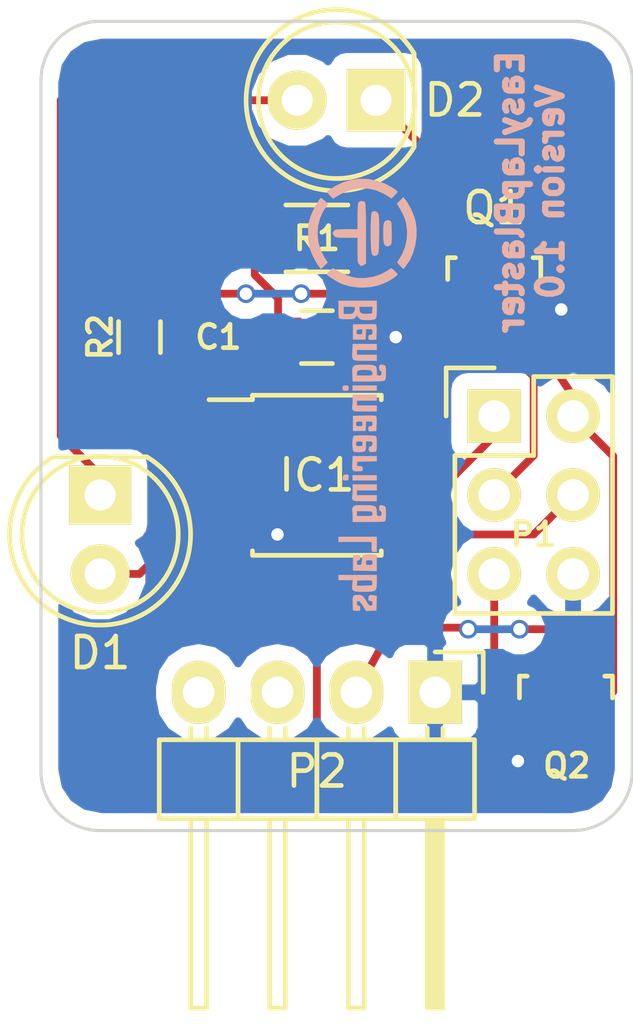
<source format=kicad_pcb>
(kicad_pcb (version 4) (host pcbnew 4.0.2-stable)

  (general
    (links 19)
    (no_connects 0)
    (area 140.919999 94.564999 160.070001 120.700001)
    (thickness 1.6)
    (drawings 9)
    (tracks 82)
    (zones 0)
    (modules 11)
    (nets 16)
  )

  (page A4)
  (layers
    (0 F.Cu signal)
    (31 B.Cu signal)
    (32 B.Adhes user)
    (33 F.Adhes user)
    (34 B.Paste user)
    (35 F.Paste user)
    (36 B.SilkS user)
    (37 F.SilkS user)
    (38 B.Mask user)
    (39 F.Mask user)
    (40 Dwgs.User user)
    (41 Cmts.User user)
    (42 Eco1.User user)
    (43 Eco2.User user)
    (44 Edge.Cuts user)
    (45 Margin user)
    (46 B.CrtYd user)
    (47 F.CrtYd user)
    (48 B.Fab user)
    (49 F.Fab user)
  )

  (setup
    (last_trace_width 0.25)
    (trace_clearance 0.2)
    (zone_clearance 0.508)
    (zone_45_only no)
    (trace_min 0.2)
    (segment_width 0.2)
    (edge_width 0.1)
    (via_size 0.6)
    (via_drill 0.4)
    (via_min_size 0.4)
    (via_min_drill 0.3)
    (uvia_size 0.3)
    (uvia_drill 0.1)
    (uvias_allowed no)
    (uvia_min_size 0.2)
    (uvia_min_drill 0.1)
    (pcb_text_width 0.3)
    (pcb_text_size 1.5 1.5)
    (mod_edge_width 0.15)
    (mod_text_size 1 1)
    (mod_text_width 0.15)
    (pad_size 1.5 1.5)
    (pad_drill 0.6)
    (pad_to_mask_clearance 0)
    (aux_axis_origin 0 0)
    (visible_elements 7FFFFFFF)
    (pcbplotparams
      (layerselection 0x010fc_80000001)
      (usegerberextensions false)
      (excludeedgelayer true)
      (linewidth 0.100000)
      (plotframeref false)
      (viasonmask false)
      (mode 1)
      (useauxorigin false)
      (hpglpennumber 1)
      (hpglpenspeed 20)
      (hpglpendiameter 15)
      (hpglpenoverlay 2)
      (psnegative false)
      (psa4output false)
      (plotreference true)
      (plotvalue true)
      (plotinvisibletext false)
      (padsonsilk false)
      (subtractmaskfromsilk false)
      (outputformat 1)
      (mirror false)
      (drillshape 0)
      (scaleselection 1)
      (outputdirectory EasyLapBlaster_Gerber/))
  )

  (net 0 "")
  (net 1 /+5V)
  (net 2 /GND)
  (net 3 "Net-(D1-Pad1)")
  (net 4 "Net-(D1-Pad2)")
  (net 5 "Net-(D2-Pad1)")
  (net 6 /RESET)
  (net 7 "Net-(IC1-Pad2)")
  (net 8 /LED)
  (net 9 /MOSI)
  (net 10 /MISO)
  (net 11 /SCK)
  (net 12 "Net-(Q1-Pad1)")
  (net 13 "Net-(P2-Pad3)")
  (net 14 "Net-(P2-Pad4)")
  (net 15 "Net-(P2-Pad2)")

  (net_class Default "This is the default net class."
    (clearance 0.2)
    (trace_width 0.25)
    (via_dia 0.6)
    (via_drill 0.4)
    (uvia_dia 0.3)
    (uvia_drill 0.1)
    (add_net /+5V)
    (add_net /GND)
    (add_net /LED)
    (add_net /MISO)
    (add_net /MOSI)
    (add_net /RESET)
    (add_net /SCK)
    (add_net "Net-(D1-Pad1)")
    (add_net "Net-(D1-Pad2)")
    (add_net "Net-(D2-Pad1)")
    (add_net "Net-(IC1-Pad2)")
    (add_net "Net-(P2-Pad2)")
    (add_net "Net-(P2-Pad3)")
    (add_net "Net-(P2-Pad4)")
    (add_net "Net-(Q1-Pad1)")
  )

  (module Housings_SOIC:SOIC-8_3.9x4.9mm_Pitch1.27mm (layer F.Cu) (tedit 574598E2) (tstamp 5743BA4D)
    (at 149.86 109.22)
    (descr "8-Lead Plastic Small Outline (SN) - Narrow, 3.90 mm Body [SOIC] (see Microchip Packaging Specification 00000049BS.pdf)")
    (tags "SOIC 1.27")
    (path /57101B6A)
    (attr smd)
    (fp_text reference IC1 (at 0 0) (layer F.SilkS)
      (effects (font (size 1 1) (thickness 0.15)))
    )
    (fp_text value "" (at 0 3.5) (layer F.Fab) hide
      (effects (font (size 0.75 0.75) (thickness 0.15)))
    )
    (fp_line (start -3.75 -2.75) (end -3.75 2.75) (layer F.CrtYd) (width 0.05))
    (fp_line (start 3.75 -2.75) (end 3.75 2.75) (layer F.CrtYd) (width 0.05))
    (fp_line (start -3.75 -2.75) (end 3.75 -2.75) (layer F.CrtYd) (width 0.05))
    (fp_line (start -3.75 2.75) (end 3.75 2.75) (layer F.CrtYd) (width 0.05))
    (fp_line (start -2.075 -2.575) (end -2.075 -2.43) (layer F.SilkS) (width 0.15))
    (fp_line (start 2.075 -2.575) (end 2.075 -2.43) (layer F.SilkS) (width 0.15))
    (fp_line (start 2.075 2.575) (end 2.075 2.43) (layer F.SilkS) (width 0.15))
    (fp_line (start -2.075 2.575) (end -2.075 2.43) (layer F.SilkS) (width 0.15))
    (fp_line (start -2.075 -2.575) (end 2.075 -2.575) (layer F.SilkS) (width 0.15))
    (fp_line (start -2.075 2.575) (end 2.075 2.575) (layer F.SilkS) (width 0.15))
    (fp_line (start -2.075 -2.43) (end -3.475 -2.43) (layer F.SilkS) (width 0.15))
    (pad 1 smd rect (at -2.7 -1.905) (size 1.55 0.6) (layers F.Cu F.Paste F.Mask)
      (net 6 /RESET))
    (pad 2 smd rect (at -2.7 -0.635) (size 1.55 0.6) (layers F.Cu F.Paste F.Mask)
      (net 7 "Net-(IC1-Pad2)"))
    (pad 3 smd rect (at -2.7 0.635) (size 1.55 0.6) (layers F.Cu F.Paste F.Mask)
      (net 8 /LED))
    (pad 4 smd rect (at -2.7 1.905) (size 1.55 0.6) (layers F.Cu F.Paste F.Mask)
      (net 2 /GND))
    (pad 5 smd rect (at 2.7 1.905) (size 1.55 0.6) (layers F.Cu F.Paste F.Mask)
      (net 9 /MOSI))
    (pad 6 smd rect (at 2.7 0.635) (size 1.55 0.6) (layers F.Cu F.Paste F.Mask)
      (net 10 /MISO))
    (pad 7 smd rect (at 2.7 -0.635) (size 1.55 0.6) (layers F.Cu F.Paste F.Mask)
      (net 11 /SCK))
    (pad 8 smd rect (at 2.7 -1.905) (size 1.55 0.6) (layers F.Cu F.Paste F.Mask)
      (net 1 /+5V))
    (model Housings_SOIC.3dshapes/SOIC-8_3.9x4.9mm_Pitch1.27mm.wrl
      (at (xyz 0 0 0))
      (scale (xyz 1 1 1))
      (rotate (xyz 0 0 0))
    )
  )

  (module Resistors_SMD:R_1206_HandSoldering (layer F.Cu) (tedit 574598BA) (tstamp 5743BA5A)
    (at 149.86 101.6 180)
    (descr "Resistor SMD 1206, hand soldering")
    (tags "resistor 1206")
    (path /57101D17)
    (attr smd)
    (fp_text reference R1 (at 0 0 180) (layer F.SilkS)
      (effects (font (size 0.75 0.75) (thickness 0.15)))
    )
    (fp_text value "" (at 9.525 0 180) (layer F.Fab) hide
      (effects (font (size 1 1) (thickness 0.15)))
    )
    (fp_line (start -3.3 -1.2) (end 3.3 -1.2) (layer F.CrtYd) (width 0.05))
    (fp_line (start -3.3 1.2) (end 3.3 1.2) (layer F.CrtYd) (width 0.05))
    (fp_line (start -3.3 -1.2) (end -3.3 1.2) (layer F.CrtYd) (width 0.05))
    (fp_line (start 3.3 -1.2) (end 3.3 1.2) (layer F.CrtYd) (width 0.05))
    (fp_line (start 1 1.075) (end -1 1.075) (layer F.SilkS) (width 0.15))
    (fp_line (start -1 -1.075) (end 1 -1.075) (layer F.SilkS) (width 0.15))
    (pad 1 smd rect (at -2 0 180) (size 2 1.7) (layers F.Cu F.Paste F.Mask)
      (net 4 "Net-(D1-Pad2)"))
    (pad 2 smd rect (at 2 0 180) (size 2 1.7) (layers F.Cu F.Paste F.Mask)
      (net 1 /+5V))
    (model Resistors_SMD.3dshapes/R_1206_HandSoldering.wrl
      (at (xyz 0 0 0))
      (scale (xyz 1 1 1))
      (rotate (xyz 0 0 0))
    )
  )

  (module Resistors_SMD:R_0603_HandSoldering (layer F.Cu) (tedit 5743C2BD) (tstamp 5743BA60)
    (at 144.145 104.775 90)
    (descr "Resistor SMD 0603, hand soldering")
    (tags "resistor 0603")
    (path /57439AF1)
    (attr smd)
    (fp_text reference R2 (at 0 -1.27 90) (layer F.SilkS)
      (effects (font (size 0.75 0.75) (thickness 0.15)))
    )
    (fp_text value "R 1K" (at 0 -2.54 90) (layer F.Fab) hide
      (effects (font (size 1 1) (thickness 0.15)))
    )
    (fp_line (start -2 -0.8) (end 2 -0.8) (layer F.CrtYd) (width 0.05))
    (fp_line (start -2 0.8) (end 2 0.8) (layer F.CrtYd) (width 0.05))
    (fp_line (start -2 -0.8) (end -2 0.8) (layer F.CrtYd) (width 0.05))
    (fp_line (start 2 -0.8) (end 2 0.8) (layer F.CrtYd) (width 0.05))
    (fp_line (start 0.5 0.675) (end -0.5 0.675) (layer F.SilkS) (width 0.15))
    (fp_line (start -0.5 -0.675) (end 0.5 -0.675) (layer F.SilkS) (width 0.15))
    (pad 1 smd rect (at -1.1 0 90) (size 1.2 0.9) (layers F.Cu F.Paste F.Mask)
      (net 12 "Net-(Q1-Pad1)"))
    (pad 2 smd rect (at 1.1 0 90) (size 1.2 0.9) (layers F.Cu F.Paste F.Mask)
      (net 8 /LED))
    (model Resistors_SMD.3dshapes/R_0603_HandSoldering.wrl
      (at (xyz 0 0 0))
      (scale (xyz 1 1 1))
      (rotate (xyz 0 0 0))
    )
  )

  (module Pin_Headers:Pin_Header_Straight_2x03 (layer F.Cu) (tedit 5745984C) (tstamp 5743BB6D)
    (at 155.575 107.315)
    (descr "Through hole pin header")
    (tags "pin header")
    (path /574339CB)
    (fp_text reference P1 (at 1.27 3.81) (layer F.SilkS)
      (effects (font (size 0.75 0.75) (thickness 0.15)))
    )
    (fp_text value "" (at 9.144 5.334 90) (layer F.Fab) hide
      (effects (font (size 1 1) (thickness 0.15)))
    )
    (fp_line (start -1.27 1.27) (end -1.27 6.35) (layer F.SilkS) (width 0.15))
    (fp_line (start -1.55 -1.55) (end 0 -1.55) (layer F.SilkS) (width 0.15))
    (fp_line (start -1.75 -1.75) (end -1.75 6.85) (layer F.CrtYd) (width 0.05))
    (fp_line (start 4.3 -1.75) (end 4.3 6.85) (layer F.CrtYd) (width 0.05))
    (fp_line (start -1.75 -1.75) (end 4.3 -1.75) (layer F.CrtYd) (width 0.05))
    (fp_line (start -1.75 6.85) (end 4.3 6.85) (layer F.CrtYd) (width 0.05))
    (fp_line (start 1.27 -1.27) (end 1.27 1.27) (layer F.SilkS) (width 0.15))
    (fp_line (start 1.27 1.27) (end -1.27 1.27) (layer F.SilkS) (width 0.15))
    (fp_line (start -1.27 6.35) (end 3.81 6.35) (layer F.SilkS) (width 0.15))
    (fp_line (start 3.81 6.35) (end 3.81 1.27) (layer F.SilkS) (width 0.15))
    (fp_line (start -1.55 -1.55) (end -1.55 0) (layer F.SilkS) (width 0.15))
    (fp_line (start 3.81 -1.27) (end 1.27 -1.27) (layer F.SilkS) (width 0.15))
    (fp_line (start 3.81 1.27) (end 3.81 -1.27) (layer F.SilkS) (width 0.15))
    (pad 1 thru_hole rect (at 0 0) (size 1.7272 1.7272) (drill 1.016) (layers *.Cu *.Mask F.SilkS)
      (net 10 /MISO))
    (pad 2 thru_hole oval (at 2.54 0) (size 1.7272 1.7272) (drill 1.016) (layers *.Cu *.Mask F.SilkS)
      (net 1 /+5V))
    (pad 3 thru_hole oval (at 0 2.54) (size 1.7272 1.7272) (drill 1.016) (layers *.Cu *.Mask F.SilkS)
      (net 11 /SCK))
    (pad 4 thru_hole oval (at 2.54 2.54) (size 1.7272 1.7272) (drill 1.016) (layers *.Cu *.Mask F.SilkS)
      (net 9 /MOSI))
    (pad 5 thru_hole oval (at 0 5.08) (size 1.7272 1.7272) (drill 1.016) (layers *.Cu *.Mask F.SilkS)
      (net 6 /RESET))
    (pad 6 thru_hole oval (at 2.54 5.08) (size 1.7272 1.7272) (drill 1.016) (layers *.Cu *.Mask F.SilkS)
      (net 2 /GND))
    (model Pin_Headers.3dshapes/Pin_Header_Straight_2x03.wrl
      (at (xyz 0.05 -0.1 0))
      (scale (xyz 1 1 1))
      (rotate (xyz 0 0 90))
    )
  )

  (module Pin_Headers:Pin_Header_Angled_1x04 (layer F.Cu) (tedit 57459899) (tstamp 5743BB75)
    (at 153.67 116.205 270)
    (descr "Through hole pin header")
    (tags "pin header")
    (path /574341F8)
    (fp_text reference P2 (at 2.54 3.81 360) (layer F.SilkS)
      (effects (font (size 1 1) (thickness 0.15)))
    )
    (fp_text value "" (at 12.065 3.81 360) (layer F.Fab) hide
      (effects (font (size 1 1) (thickness 0.15)))
    )
    (fp_line (start -1.5 -1.75) (end -1.5 9.4) (layer F.CrtYd) (width 0.05))
    (fp_line (start 10.65 -1.75) (end 10.65 9.4) (layer F.CrtYd) (width 0.05))
    (fp_line (start -1.5 -1.75) (end 10.65 -1.75) (layer F.CrtYd) (width 0.05))
    (fp_line (start -1.5 9.4) (end 10.65 9.4) (layer F.CrtYd) (width 0.05))
    (fp_line (start -1.3 -1.55) (end -1.3 0) (layer F.SilkS) (width 0.15))
    (fp_line (start 0 -1.55) (end -1.3 -1.55) (layer F.SilkS) (width 0.15))
    (fp_line (start 4.191 -0.127) (end 10.033 -0.127) (layer F.SilkS) (width 0.15))
    (fp_line (start 10.033 -0.127) (end 10.033 0.127) (layer F.SilkS) (width 0.15))
    (fp_line (start 10.033 0.127) (end 4.191 0.127) (layer F.SilkS) (width 0.15))
    (fp_line (start 4.191 0.127) (end 4.191 0) (layer F.SilkS) (width 0.15))
    (fp_line (start 4.191 0) (end 10.033 0) (layer F.SilkS) (width 0.15))
    (fp_line (start 1.524 -0.254) (end 1.143 -0.254) (layer F.SilkS) (width 0.15))
    (fp_line (start 1.524 0.254) (end 1.143 0.254) (layer F.SilkS) (width 0.15))
    (fp_line (start 1.524 2.286) (end 1.143 2.286) (layer F.SilkS) (width 0.15))
    (fp_line (start 1.524 2.794) (end 1.143 2.794) (layer F.SilkS) (width 0.15))
    (fp_line (start 1.524 4.826) (end 1.143 4.826) (layer F.SilkS) (width 0.15))
    (fp_line (start 1.524 5.334) (end 1.143 5.334) (layer F.SilkS) (width 0.15))
    (fp_line (start 1.524 7.874) (end 1.143 7.874) (layer F.SilkS) (width 0.15))
    (fp_line (start 1.524 7.366) (end 1.143 7.366) (layer F.SilkS) (width 0.15))
    (fp_line (start 1.524 -1.27) (end 4.064 -1.27) (layer F.SilkS) (width 0.15))
    (fp_line (start 1.524 1.27) (end 4.064 1.27) (layer F.SilkS) (width 0.15))
    (fp_line (start 1.524 1.27) (end 1.524 3.81) (layer F.SilkS) (width 0.15))
    (fp_line (start 1.524 3.81) (end 4.064 3.81) (layer F.SilkS) (width 0.15))
    (fp_line (start 4.064 2.286) (end 10.16 2.286) (layer F.SilkS) (width 0.15))
    (fp_line (start 10.16 2.286) (end 10.16 2.794) (layer F.SilkS) (width 0.15))
    (fp_line (start 10.16 2.794) (end 4.064 2.794) (layer F.SilkS) (width 0.15))
    (fp_line (start 4.064 3.81) (end 4.064 1.27) (layer F.SilkS) (width 0.15))
    (fp_line (start 4.064 1.27) (end 4.064 -1.27) (layer F.SilkS) (width 0.15))
    (fp_line (start 10.16 0.254) (end 4.064 0.254) (layer F.SilkS) (width 0.15))
    (fp_line (start 10.16 -0.254) (end 10.16 0.254) (layer F.SilkS) (width 0.15))
    (fp_line (start 4.064 -0.254) (end 10.16 -0.254) (layer F.SilkS) (width 0.15))
    (fp_line (start 1.524 1.27) (end 4.064 1.27) (layer F.SilkS) (width 0.15))
    (fp_line (start 1.524 -1.27) (end 1.524 1.27) (layer F.SilkS) (width 0.15))
    (fp_line (start 1.524 6.35) (end 4.064 6.35) (layer F.SilkS) (width 0.15))
    (fp_line (start 1.524 6.35) (end 1.524 8.89) (layer F.SilkS) (width 0.15))
    (fp_line (start 1.524 8.89) (end 4.064 8.89) (layer F.SilkS) (width 0.15))
    (fp_line (start 4.064 7.366) (end 10.16 7.366) (layer F.SilkS) (width 0.15))
    (fp_line (start 10.16 7.366) (end 10.16 7.874) (layer F.SilkS) (width 0.15))
    (fp_line (start 10.16 7.874) (end 4.064 7.874) (layer F.SilkS) (width 0.15))
    (fp_line (start 4.064 8.89) (end 4.064 6.35) (layer F.SilkS) (width 0.15))
    (fp_line (start 4.064 6.35) (end 4.064 3.81) (layer F.SilkS) (width 0.15))
    (fp_line (start 10.16 5.334) (end 4.064 5.334) (layer F.SilkS) (width 0.15))
    (fp_line (start 10.16 4.826) (end 10.16 5.334) (layer F.SilkS) (width 0.15))
    (fp_line (start 4.064 4.826) (end 10.16 4.826) (layer F.SilkS) (width 0.15))
    (fp_line (start 1.524 6.35) (end 4.064 6.35) (layer F.SilkS) (width 0.15))
    (fp_line (start 1.524 3.81) (end 1.524 6.35) (layer F.SilkS) (width 0.15))
    (fp_line (start 1.524 3.81) (end 4.064 3.81) (layer F.SilkS) (width 0.15))
    (pad 1 thru_hole rect (at 0 0 270) (size 2.032 1.7272) (drill 1.016) (layers *.Cu *.Mask F.SilkS)
      (net 2 /GND))
    (pad 2 thru_hole oval (at 0 2.54 270) (size 2.032 1.7272) (drill 1.016) (layers *.Cu *.Mask F.SilkS)
      (net 15 "Net-(P2-Pad2)"))
    (pad 3 thru_hole oval (at 0 5.08 270) (size 2.032 1.7272) (drill 1.016) (layers *.Cu *.Mask F.SilkS)
      (net 13 "Net-(P2-Pad3)"))
    (pad 4 thru_hole oval (at 0 7.62 270) (size 2.032 1.7272) (drill 1.016) (layers *.Cu *.Mask F.SilkS)
      (net 14 "Net-(P2-Pad4)"))
    (model Pin_Headers.3dshapes/Pin_Header_Angled_1x04.wrl
      (at (xyz 0 -0.15 0))
      (scale (xyz 1 1 1))
      (rotate (xyz 0 0 90))
    )
  )

  (module LEDs:LED-5MM (layer F.Cu) (tedit 5745988F) (tstamp 5743BF04)
    (at 142.875 109.855 270)
    (descr "LED 5mm round vertical")
    (tags "LED 5mm round vertical")
    (path /57101BFC)
    (fp_text reference D1 (at 5.08 0 360) (layer F.SilkS)
      (effects (font (size 1 1) (thickness 0.15)))
    )
    (fp_text value "" (at 5.715 8.89 360) (layer F.Fab) hide
      (effects (font (size 1 1) (thickness 0.15)))
    )
    (fp_line (start -1.5 -1.55) (end -1.5 1.55) (layer F.CrtYd) (width 0.05))
    (fp_arc (start 1.3 0) (end -1.5 1.55) (angle -302) (layer F.CrtYd) (width 0.05))
    (fp_arc (start 1.27 0) (end -1.23 -1.5) (angle 297.5) (layer F.SilkS) (width 0.15))
    (fp_line (start -1.23 1.5) (end -1.23 -1.5) (layer F.SilkS) (width 0.15))
    (fp_circle (center 1.27 0) (end 0.97 -2.5) (layer F.SilkS) (width 0.15))
    (pad 1 thru_hole rect (at 0 0) (size 2 1.9) (drill 1.00076) (layers *.Cu *.Mask F.SilkS)
      (net 3 "Net-(D1-Pad1)"))
    (pad 2 thru_hole circle (at 2.54 0 270) (size 1.9 1.9) (drill 1.00076) (layers *.Cu *.Mask F.SilkS)
      (net 4 "Net-(D1-Pad2)"))
    (model LEDs.3dshapes/LED-5MM.wrl
      (at (xyz 0.05 0 0))
      (scale (xyz 1 1 1))
      (rotate (xyz 0 0 90))
    )
  )

  (module LEDs:LED-5MM (layer F.Cu) (tedit 574598B1) (tstamp 5743BF09)
    (at 151.765 97.155 180)
    (descr "LED 5mm round vertical")
    (tags "LED 5mm round vertical")
    (path /5743AD28)
    (fp_text reference D2 (at -2.54 0 180) (layer F.SilkS)
      (effects (font (size 1 1) (thickness 0.15)))
    )
    (fp_text value "" (at -15.24 -1.27 180) (layer F.Fab) hide
      (effects (font (size 1 1) (thickness 0.15)))
    )
    (fp_line (start -1.5 -1.55) (end -1.5 1.55) (layer F.CrtYd) (width 0.05))
    (fp_arc (start 1.3 0) (end -1.5 1.55) (angle -302) (layer F.CrtYd) (width 0.05))
    (fp_arc (start 1.27 0) (end -1.23 -1.5) (angle 297.5) (layer F.SilkS) (width 0.15))
    (fp_line (start -1.23 1.5) (end -1.23 -1.5) (layer F.SilkS) (width 0.15))
    (fp_circle (center 1.27 0) (end 0.97 -2.5) (layer F.SilkS) (width 0.15))
    (fp_text user "" (at 5.08 -2.54 180) (layer F.SilkS) hide
      (effects (font (size 1 1) (thickness 0.15)))
    )
    (pad 1 thru_hole rect (at 0 0 270) (size 2 1.9) (drill 1.00076) (layers *.Cu *.Mask F.SilkS)
      (net 5 "Net-(D2-Pad1)"))
    (pad 2 thru_hole circle (at 2.54 0 180) (size 1.9 1.9) (drill 1.00076) (layers *.Cu *.Mask F.SilkS)
      (net 3 "Net-(D1-Pad1)"))
    (model LEDs.3dshapes/LED-5MM.wrl
      (at (xyz 0.05 0 0))
      (scale (xyz 1 1 1))
      (rotate (xyz 0 0 90))
    )
  )

  (module TO_SOT_Packages_SMD:SOT-23 (layer F.Cu) (tedit 574598C6) (tstamp 5743BF0E)
    (at 155.575 102.87)
    (descr "SOT-23, Standard")
    (tags SOT-23)
    (path /5743991F)
    (attr smd)
    (fp_text reference Q1 (at 0 -2.25) (layer F.SilkS)
      (effects (font (size 1 1) (thickness 0.15)))
    )
    (fp_text value "" (at 2.54 -0.635 90) (layer F.Fab) hide
      (effects (font (size 0.75 0.75) (thickness 0.15)))
    )
    (fp_line (start -1.65 -1.6) (end 1.65 -1.6) (layer F.CrtYd) (width 0.05))
    (fp_line (start 1.65 -1.6) (end 1.65 1.6) (layer F.CrtYd) (width 0.05))
    (fp_line (start 1.65 1.6) (end -1.65 1.6) (layer F.CrtYd) (width 0.05))
    (fp_line (start -1.65 1.6) (end -1.65 -1.6) (layer F.CrtYd) (width 0.05))
    (fp_line (start 1.29916 -0.65024) (end 1.2509 -0.65024) (layer F.SilkS) (width 0.15))
    (fp_line (start -1.49982 0.0508) (end -1.49982 -0.65024) (layer F.SilkS) (width 0.15))
    (fp_line (start -1.49982 -0.65024) (end -1.2509 -0.65024) (layer F.SilkS) (width 0.15))
    (fp_line (start 1.29916 -0.65024) (end 1.49982 -0.65024) (layer F.SilkS) (width 0.15))
    (fp_line (start 1.49982 -0.65024) (end 1.49982 0.0508) (layer F.SilkS) (width 0.15))
    (pad 1 smd rect (at -0.95 1.00076) (size 0.8001 0.8001) (layers F.Cu F.Paste F.Mask)
      (net 12 "Net-(Q1-Pad1)"))
    (pad 2 smd rect (at 0.95 1.00076) (size 0.8001 0.8001) (layers F.Cu F.Paste F.Mask)
      (net 2 /GND))
    (pad 3 smd rect (at 0 -0.99822) (size 0.8001 0.8001) (layers F.Cu F.Paste F.Mask)
      (net 5 "Net-(D2-Pad1)"))
    (model TO_SOT_Packages_SMD.3dshapes/SOT-23.wrl
      (at (xyz 0 0 0))
      (scale (xyz 1 1 1))
      (rotate (xyz 0 0 0))
    )
  )

  (module Capacitors_SMD:C_0805_HandSoldering (layer F.Cu) (tedit 574598D9) (tstamp 5743C04D)
    (at 149.86 104.775)
    (descr "Capacitor SMD 0805, hand soldering")
    (tags "capacitor 0805")
    (path /574390E0)
    (attr smd)
    (fp_text reference C1 (at -3.175 0) (layer F.SilkS)
      (effects (font (size 0.75 0.75) (thickness 0.15)))
    )
    (fp_text value "" (at 0 2.1) (layer F.Fab) hide
      (effects (font (size 1 1) (thickness 0.15)))
    )
    (fp_line (start -2.3 -1) (end 2.3 -1) (layer F.CrtYd) (width 0.05))
    (fp_line (start -2.3 1) (end 2.3 1) (layer F.CrtYd) (width 0.05))
    (fp_line (start -2.3 -1) (end -2.3 1) (layer F.CrtYd) (width 0.05))
    (fp_line (start 2.3 -1) (end 2.3 1) (layer F.CrtYd) (width 0.05))
    (fp_line (start 0.5 -0.85) (end -0.5 -0.85) (layer F.SilkS) (width 0.15))
    (fp_line (start -0.5 0.85) (end 0.5 0.85) (layer F.SilkS) (width 0.15))
    (pad 1 smd rect (at -1.25 0) (size 1.5 1.25) (layers F.Cu F.Paste F.Mask)
      (net 1 /+5V))
    (pad 2 smd rect (at 1.25 0) (size 1.5 1.25) (layers F.Cu F.Paste F.Mask)
      (net 2 /GND))
    (model Capacitors_SMD.3dshapes/C_0805_HandSoldering.wrl
      (at (xyz 0 0 0))
      (scale (xyz 1 1 1))
      (rotate (xyz 0 0 0))
    )
  )

  (module micro_transponder_v1:Bengineering_Labs_Logo (layer B.Cu) (tedit 57451AAE) (tstamp 57451C6E)
    (at 151.3332 106.6292 270)
    (fp_text reference "" (at 0 0 270) (layer B.SilkS) hide
      (effects (font (thickness 0.3)) (justify mirror))
    )
    (fp_text value "" (at 0.75 0 270) (layer B.SilkS) hide
      (effects (font (thickness 0.3)) (justify mirror))
    )
    (fp_poly (pts (xy -6.061998 -1.16068) (xy -5.912037 -1.247173) (xy -5.792831 -1.309567) (xy -5.690932 -1.353856)
      (xy -5.592894 -1.386033) (xy -5.51008 -1.406662) (xy -5.256349 -1.438391) (xy -4.996026 -1.424727)
      (xy -4.741871 -1.367993) (xy -4.506644 -1.270513) (xy -4.394538 -1.203478) (xy -4.32436 -1.158456)
      (xy -4.272148 -1.129227) (xy -4.255062 -1.122947) (xy -4.226375 -1.140681) (xy -4.17564 -1.18589)
      (xy -4.142771 -1.218805) (xy -4.050631 -1.314662) (xy -4.140878 -1.390656) (xy -4.333485 -1.521363)
      (xy -4.561051 -1.623551) (xy -4.811929 -1.694915) (xy -5.074471 -1.733149) (xy -5.33703 -1.735947)
      (xy -5.587958 -1.701005) (xy -5.641616 -1.687708) (xy -5.778647 -1.641547) (xy -5.932004 -1.575476)
      (xy -6.082712 -1.498835) (xy -6.211795 -1.420965) (xy -6.269789 -1.378501) (xy -6.35 -1.313295)
      (xy -6.249156 -1.211437) (xy -6.148313 -1.109579) (xy -6.061998 -1.16068)) (layer B.SilkS) (width 0.01))
    (fp_poly (pts (xy -6.516804 1.134267) (xy -6.463578 1.098289) (xy -6.418435 1.057661) (xy -6.310895 0.952651)
      (xy -6.364934 0.870694) (xy -6.507457 0.612167) (xy -6.600042 0.347383) (xy -6.642543 0.08069)
      (xy -6.634815 -0.183566) (xy -6.576713 -0.441035) (xy -6.468091 -0.687372) (xy -6.419744 -0.767635)
      (xy -6.314909 -0.929834) (xy -6.413792 -1.026391) (xy -6.473049 -1.08119) (xy -6.516911 -1.116178)
      (xy -6.530316 -1.122947) (xy -6.553961 -1.102733) (xy -6.596184 -1.050675) (xy -6.631112 -1.002085)
      (xy -6.776832 -0.745914) (xy -6.879561 -0.467836) (xy -6.936249 -0.178819) (xy -6.943847 0.110169)
      (xy -6.943175 0.120316) (xy -6.905444 0.383239) (xy -6.827578 0.635923) (xy -6.705989 0.887523)
      (xy -6.545097 1.136125) (xy -6.516804 1.134267)) (layer B.SilkS) (width 0.01))
    (fp_poly (pts (xy -3.846119 1.128123) (xy -3.802813 1.071075) (xy -3.74839 0.989989) (xy -3.690098 0.896316)
      (xy -3.635186 0.801508) (xy -3.590904 0.717014) (xy -3.574836 0.681789) (xy -3.491298 0.416882)
      (xy -3.452353 0.126408) (xy -3.449447 0.014435) (xy -3.468047 -0.265019) (xy -3.525133 -0.520235)
      (xy -3.605632 -0.728378) (xy -3.657386 -0.83049) (xy -3.716627 -0.931816) (xy -3.775945 -1.021373)
      (xy -3.827931 -1.088173) (xy -3.865175 -1.121232) (xy -3.871764 -1.122947) (xy -3.90162 -1.105308)
      (xy -3.952461 -1.060714) (xy -3.978544 -1.03478) (xy -4.029584 -0.978644) (xy -4.060137 -0.938332)
      (xy -4.064 -0.929173) (xy -4.050191 -0.898977) (xy -4.014714 -0.84008) (xy -3.983469 -0.792409)
      (xy -3.868818 -0.578557) (xy -3.790543 -0.337727) (xy -3.751279 -0.084425) (xy -3.753661 0.16684)
      (xy -3.780032 0.327527) (xy -3.845006 0.527051) (xy -3.948768 0.7459) (xy -4.031372 0.887969)
      (xy -4.056321 0.933121) (xy -4.057381 0.967096) (xy -4.029617 1.007589) (xy -3.984788 1.055074)
      (xy -3.927432 1.11) (xy -3.883855 1.144134) (xy -3.871057 1.149684) (xy -3.846119 1.128123)) (layer B.SilkS) (width 0.01))
    (fp_poly (pts (xy -5.043112 -0.67039) (xy -4.934201 -0.677843) (xy -4.861133 -0.693095) (xy -4.815141 -0.718465)
      (xy -4.787457 -0.75627) (xy -4.778279 -0.778983) (xy -4.780962 -0.832852) (xy -4.802796 -0.879246)
      (xy -4.822444 -0.902266) (xy -4.849742 -0.918033) (xy -4.894163 -0.927908) (xy -4.965179 -0.93325)
      (xy -5.072264 -0.935421) (xy -5.196484 -0.93579) (xy -5.36989 -0.93337) (xy -5.491592 -0.926026)
      (xy -5.563143 -0.913628) (xy -5.582652 -0.903705) (xy -5.612267 -0.84064) (xy -5.602758 -0.766591)
      (xy -5.565842 -0.71267) (xy -5.534435 -0.693067) (xy -5.485141 -0.680024) (xy -5.408194 -0.672373)
      (xy -5.29383 -0.668942) (xy -5.196636 -0.668421) (xy -5.043112 -0.67039)) (layer B.SilkS) (width 0.01))
    (fp_poly (pts (xy -0.635 0.326718) (xy -0.427789 0.316617) (xy -0.427789 -0.164291) (xy -0.429327 -0.336055)
      (xy -0.433662 -0.483569) (xy -0.440378 -0.598813) (xy -0.449057 -0.673765) (xy -0.455467 -0.696916)
      (xy -0.476017 -0.722704) (xy -0.511626 -0.738281) (xy -0.574142 -0.746087) (xy -0.675408 -0.74856)
      (xy -0.706606 -0.748632) (xy -0.821354 -0.746628) (xy -0.892967 -0.739412) (xy -0.931674 -0.725181)
      (xy -0.946297 -0.70634) (xy -0.959355 -0.645933) (xy -0.962526 -0.599392) (xy -0.955128 -0.555587)
      (xy -0.922541 -0.537671) (xy -0.868947 -0.534737) (xy -0.799734 -0.543434) (xy -0.775537 -0.57119)
      (xy -0.775368 -0.574842) (xy -0.751454 -0.606682) (xy -0.695157 -0.614947) (xy -0.638344 -0.608322)
      (xy -0.617404 -0.577072) (xy -0.614947 -0.534737) (xy -0.617941 -0.487006) (xy -0.636182 -0.463364)
      (xy -0.683562 -0.455357) (xy -0.746721 -0.454526) (xy -0.829646 -0.451226) (xy -0.888141 -0.436068)
      (xy -0.926438 -0.401166) (xy -0.948765 -0.338634) (xy -0.959354 -0.240585) (xy -0.962433 -0.099134)
      (xy -0.962476 -0.07705) (xy -0.802105 -0.07705) (xy -0.796523 -0.195925) (xy -0.776898 -0.270596)
      (xy -0.738911 -0.309441) (xy -0.678245 -0.320837) (xy -0.676442 -0.320842) (xy -0.647941 -0.318421)
      (xy -0.629965 -0.304487) (xy -0.62009 -0.269036) (xy -0.615895 -0.202063) (xy -0.614957 -0.093565)
      (xy -0.614947 -0.066842) (xy -0.614947 0.187158) (xy -0.692297 0.187158) (xy -0.742961 0.180962)
      (xy -0.775357 0.156121) (xy -0.793387 0.103249) (xy -0.80095 0.012965) (xy -0.802105 -0.07705)
      (xy -0.962476 -0.07705) (xy -0.962526 -0.05218) (xy -0.961009 0.100288) (xy -0.952026 0.206984)
      (xy -0.928923 0.275602) (xy -0.885049 0.313838) (xy -0.813753 0.329386) (xy -0.708383 0.329942)
      (xy -0.635 0.326718)) (layer B.SilkS) (width 0.01))
    (fp_poly (pts (xy 3.71644 0.334199) (xy 3.756837 0.325049) (xy 3.833259 0.319051) (xy 3.918142 0.317535)
      (xy 4.090737 0.318859) (xy 4.090737 -0.172594) (xy 4.089884 -0.331688) (xy 4.087515 -0.474026)
      (xy 4.083913 -0.590273) (xy 4.079363 -0.671096) (xy 4.074508 -0.70634) (xy 4.055642 -0.727911)
      (xy 4.012518 -0.74094) (xy 3.934908 -0.747232) (xy 3.834817 -0.748632) (xy 3.722553 -0.74707)
      (xy 3.651867 -0.740758) (xy 3.610913 -0.727257) (xy 3.587845 -0.704127) (xy 3.583678 -0.696916)
      (xy 3.560365 -0.627802) (xy 3.556 -0.589968) (xy 3.565832 -0.552051) (xy 3.605015 -0.536692)
      (xy 3.649579 -0.534737) (xy 3.718792 -0.543434) (xy 3.742989 -0.57119) (xy 3.743158 -0.574842)
      (xy 3.767073 -0.606682) (xy 3.823369 -0.614947) (xy 3.880182 -0.608322) (xy 3.901122 -0.577072)
      (xy 3.903579 -0.534737) (xy 3.900497 -0.486709) (xy 3.881913 -0.463114) (xy 3.83382 -0.455278)
      (xy 3.774039 -0.454526) (xy 3.690697 -0.450501) (xy 3.63167 -0.433254) (xy 3.592825 -0.395027)
      (xy 3.570029 -0.328063) (xy 3.559149 -0.224603) (xy 3.556051 -0.07689) (xy 3.556 -0.045301)
      (xy 3.556519 0.088215) (xy 3.559354 0.17861) (xy 3.560402 0.187158) (xy 3.743158 0.187158)
      (xy 3.743158 -0.049018) (xy 3.745055 -0.156611) (xy 3.750123 -0.242941) (xy 3.757432 -0.294726)
      (xy 3.760983 -0.303018) (xy 3.799241 -0.317086) (xy 3.841193 -0.320842) (xy 3.870103 -0.318543)
      (xy 3.888337 -0.304972) (xy 3.898354 -0.270122) (xy 3.902612 -0.203985) (xy 3.903568 -0.096552)
      (xy 3.903579 -0.066842) (xy 3.903579 0.187158) (xy 3.743158 0.187158) (xy 3.560402 0.187158)
      (xy 3.566422 0.236237) (xy 3.579642 0.271447) (xy 3.600931 0.294592) (xy 3.621667 0.309162)
      (xy 3.677808 0.33458) (xy 3.71644 0.334199)) (layer B.SilkS) (width 0.01))
    (fp_poly (pts (xy -5.003584 -0.26488) (xy -4.846753 -0.269654) (xy -4.709361 -0.277022) (xy -4.600515 -0.286963)
      (xy -4.529319 -0.299454) (xy -4.507067 -0.309384) (xy -4.469142 -0.368582) (xy -4.479237 -0.431338)
      (xy -4.502962 -0.469469) (xy -4.518361 -0.486222) (xy -4.541503 -0.499078) (xy -4.579238 -0.50866)
      (xy -4.638419 -0.515591) (xy -4.725897 -0.520494) (xy -4.848525 -0.523991) (xy -5.013154 -0.526706)
      (xy -5.15133 -0.528408) (xy -5.367036 -0.530026) (xy -5.534795 -0.529163) (xy -5.660089 -0.525597)
      (xy -5.748398 -0.519106) (xy -5.805201 -0.509468) (xy -5.828631 -0.501002) (xy -5.885236 -0.44807)
      (xy -5.905652 -0.377864) (xy -5.884469 -0.310572) (xy -5.880883 -0.306002) (xy -5.842918 -0.291984)
      (xy -5.760657 -0.280718) (xy -5.643204 -0.272182) (xy -5.499665 -0.266352) (xy -5.339145 -0.263207)
      (xy -5.17075 -0.262724) (xy -5.003584 -0.26488)) (layer B.SilkS) (width 0.01))
    (fp_poly (pts (xy -2.654606 0.773711) (xy -2.557198 0.76927) (xy -2.491644 0.762841) (xy -2.475344 0.759139)
      (xy -2.454317 0.740967) (xy -2.441379 0.699441) (xy -2.43485 0.62454) (xy -2.433052 0.506655)
      (xy -2.434335 0.391291) (xy -2.439908 0.317073) (xy -2.452358 0.271699) (xy -2.47427 0.242869)
      (xy -2.49131 0.229595) (xy -2.549568 0.188789) (xy -2.477942 0.122408) (xy -2.441083 0.083518)
      (xy -2.419592 0.041688) (xy -2.409395 -0.018445) (xy -2.406412 -0.112245) (xy -2.406315 -0.147534)
      (xy -2.407904 -0.27456) (xy -2.418482 -0.360592) (xy -2.446769 -0.413618) (xy -2.501485 -0.441624)
      (xy -2.591349 -0.452597) (xy -2.72508 -0.454524) (xy -2.741467 -0.454526) (xy -3.021263 -0.454526)
      (xy -3.021263 -0.323917) (xy -2.834105 -0.323917) (xy -2.720473 -0.315695) (xy -2.606842 -0.307474)
      (xy -2.59881 -0.137617) (xy -2.601127 -0.020213) (xy -2.624993 0.054221) (xy -2.675698 0.093658)
      (xy -2.758535 0.106069) (xy -2.760578 0.106097) (xy -2.834105 0.106947) (xy -2.834105 -0.323917)
      (xy -3.021263 -0.323917) (xy -3.021263 0.614947) (xy -2.834105 0.614947) (xy -2.834105 0.427789)
      (xy -2.832942 0.329871) (xy -2.826938 0.273813) (xy -2.812318 0.248014) (xy -2.785306 0.240872)
      (xy -2.773212 0.240631) (xy -2.704211 0.255961) (xy -2.652896 0.282253) (xy -2.61691 0.317425)
      (xy -2.598946 0.368831) (xy -2.593539 0.453684) (xy -2.593473 0.469411) (xy -2.593473 0.614947)
      (xy -2.834105 0.614947) (xy -3.021263 0.614947) (xy -3.021263 0.775368) (xy -2.769449 0.775368)
      (xy -2.654606 0.773711)) (layer B.SilkS) (width 0.01))
    (fp_poly (pts (xy -1.778 -0.093579) (xy -2.11221 -0.109499) (xy -2.11221 -0.215171) (xy -2.109277 -0.28311)
      (xy -2.091324 -0.313097) (xy -2.044619 -0.320637) (xy -2.018631 -0.320842) (xy -1.955348 -0.315848)
      (xy -1.92944 -0.293375) (xy -1.925052 -0.254) (xy -1.916631 -0.206536) (xy -1.880584 -0.18892)
      (xy -1.843377 -0.187158) (xy -1.794356 -0.189816) (xy -1.771508 -0.207197) (xy -1.766665 -0.253409)
      (xy -1.76985 -0.314158) (xy -1.778 -0.441158) (xy -2.012384 -0.44889) (xy -2.133795 -0.450656)
      (xy -2.210363 -0.445654) (xy -2.250401 -0.43294) (xy -2.260538 -0.420739) (xy -2.265168 -0.381584)
      (xy -2.267939 -0.300344) (xy -2.268666 -0.18838) (xy -2.267164 -0.057053) (xy -2.266785 -0.038691)
      (xy -2.26524 0.032412) (xy -2.110159 0.032412) (xy -2.095818 0.005263) (xy -2.051911 0.002628)
      (xy -2.027038 0.004862) (xy -1.967366 0.015755) (xy -1.943011 0.044538) (xy -1.938421 0.106947)
      (xy -1.942892 0.169819) (xy -1.965572 0.195607) (xy -2.018631 0.200526) (xy -2.071477 0.195314)
      (xy -2.096268 0.169286) (xy -2.106535 0.106857) (xy -2.107248 0.098441) (xy -2.110159 0.032412)
      (xy -2.26524 0.032412) (xy -2.259263 0.307474) (xy -1.778 0.307474) (xy -1.778 -0.093579)) (layer B.SilkS) (width 0.01))
    (fp_poly (pts (xy -1.208479 0.330897) (xy -1.15264 0.314155) (xy -1.119227 0.274942) (xy -1.102504 0.205813)
      (xy -1.096738 0.099325) (xy -1.096195 -0.051969) (xy -1.09621 -0.081151) (xy -1.09621 -0.454526)
      (xy -1.283368 -0.454526) (xy -1.283368 0.187158) (xy -1.443789 0.187158) (xy -1.443789 -0.454526)
      (xy -1.630947 -0.454526) (xy -1.630947 0.31518) (xy -1.410368 0.32675) (xy -1.292477 0.332614)
      (xy -1.208479 0.330897)) (layer B.SilkS) (width 0.01))
    (fp_poly (pts (xy -0.133684 -0.454526) (xy -0.294105 -0.454526) (xy -0.294105 0.320842) (xy -0.133684 0.320842)
      (xy -0.133684 -0.454526)) (layer B.SilkS) (width 0.01))
    (fp_poly (pts (xy 0.480711 0.321138) (xy 0.502208 0.306071) (xy 0.517113 0.281899) (xy 0.526624 0.239723)
      (xy 0.531935 0.170641) (xy 0.534241 0.065752) (xy 0.534737 -0.081151) (xy 0.534737 -0.454526)
      (xy 0.347579 -0.454526) (xy 0.347579 0.187158) (xy 0.187158 0.187158) (xy 0.187158 -0.454526)
      (xy 0 -0.454526) (xy 0 0.318293) (xy 0.186695 0.317703) (xy 0.283741 0.319634)
      (xy 0.36016 0.325265) (xy 0.39971 0.333388) (xy 0.400037 0.333582) (xy 0.442228 0.335324)
      (xy 0.480711 0.321138)) (layer B.SilkS) (width 0.01))
    (fp_poly (pts (xy 1.163053 -0.093579) (xy 1.009316 -0.101598) (xy 0.855579 -0.109616) (xy 0.855579 -0.215229)
      (xy 0.858852 -0.283249) (xy 0.876472 -0.313272) (xy 0.920144 -0.320707) (xy 0.93579 -0.320842)
      (xy 0.993114 -0.313648) (xy 1.014085 -0.283067) (xy 1.016 -0.254) (xy 1.024422 -0.206536)
      (xy 1.060468 -0.18892) (xy 1.097676 -0.187158) (xy 1.146697 -0.189816) (xy 1.169545 -0.207197)
      (xy 1.174388 -0.253409) (xy 1.171202 -0.314158) (xy 1.163053 -0.441158) (xy 0.928668 -0.44889)
      (xy 0.807258 -0.450656) (xy 0.73069 -0.445654) (xy 0.690651 -0.43294) (xy 0.680515 -0.420739)
      (xy 0.675885 -0.381584) (xy 0.673114 -0.300344) (xy 0.672386 -0.18838) (xy 0.673889 -0.057053)
      (xy 0.674268 -0.038691) (xy 0.677432 0.106947) (xy 0.855579 0.106947) (xy 0.858747 0.038372)
      (xy 0.875911 0.007887) (xy 0.918566 0.000169) (xy 0.93579 0) (xy 0.987222 0.004223)
      (xy 1.010085 0.027109) (xy 1.015874 0.083982) (xy 1.016 0.106947) (xy 1.012833 0.175523)
      (xy 0.995668 0.206007) (xy 0.953014 0.213726) (xy 0.93579 0.213895) (xy 0.884358 0.209671)
      (xy 0.861495 0.186785) (xy 0.855706 0.129912) (xy 0.855579 0.106947) (xy 0.677432 0.106947)
      (xy 0.68179 0.307474) (xy 1.163053 0.307474) (xy 1.163053 -0.093579)) (layer B.SilkS) (width 0.01))
    (fp_poly (pts (xy 1.62914 0.324222) (xy 1.723539 0.31653) (xy 1.795121 0.301194) (xy 1.828614 0.27855)
      (xy 1.841251 0.214924) (xy 1.844894 0.127963) (xy 1.840423 0.037295) (xy 1.828719 -0.037453)
      (xy 1.812758 -0.074863) (xy 1.769191 -0.09311) (xy 1.692787 -0.104733) (xy 1.638969 -0.106947)
      (xy 1.497264 -0.106947) (xy 1.497264 -0.213895) (xy 1.500487 -0.282497) (xy 1.517629 -0.312995)
      (xy 1.5599 -0.320689) (xy 1.575615 -0.320842) (xy 1.635381 -0.310792) (xy 1.660212 -0.273277)
      (xy 1.662509 -0.260684) (xy 1.681459 -0.216324) (xy 1.731301 -0.201074) (xy 1.751264 -0.200526)
      (xy 1.811357 -0.209734) (xy 1.836867 -0.245308) (xy 1.840374 -0.263404) (xy 1.840832 -0.341729)
      (xy 1.833181 -0.390404) (xy 1.822644 -0.421004) (xy 1.802406 -0.439906) (xy 1.761376 -0.449921)
      (xy 1.688461 -0.453857) (xy 1.580083 -0.454526) (xy 1.466526 -0.453638) (xy 1.395357 -0.449216)
      (xy 1.355499 -0.438629) (xy 1.335874 -0.419243) (xy 1.326958 -0.394369) (xy 1.319522 -0.339352)
      (xy 1.314368 -0.247681) (xy 1.311507 -0.133474) (xy 1.310953 -0.010848) (xy 1.31272 0.10608)
      (xy 1.312756 0.106947) (xy 1.497264 0.106947) (xy 1.500431 0.038372) (xy 1.517596 0.007887)
      (xy 1.560251 0.000169) (xy 1.577474 0) (xy 1.628906 0.004223) (xy 1.651769 0.027109)
      (xy 1.657558 0.083982) (xy 1.657685 0.106947) (xy 1.654517 0.175523) (xy 1.637353 0.206007)
      (xy 1.594698 0.213726) (xy 1.577474 0.213895) (xy 1.526043 0.209671) (xy 1.503179 0.186785)
      (xy 1.49739 0.129912) (xy 1.497264 0.106947) (xy 1.312756 0.106947) (xy 1.316819 0.203191)
      (xy 1.323264 0.266368) (xy 1.326335 0.27855) (xy 1.36052 0.301434) (xy 1.432482 0.316674)
      (xy 1.527071 0.32427) (xy 1.62914 0.324222)) (layer B.SilkS) (width 0.01))
    (fp_poly (pts (xy 2.381591 0.328468) (xy 2.429575 0.312438) (xy 2.452343 0.277497) (xy 2.459297 0.218132)
      (xy 2.45979 0.157303) (xy 2.458678 0.069591) (xy 2.451016 0.022625) (xy 2.430313 0.003676)
      (xy 2.390079 0.000017) (xy 2.379579 0) (xy 2.32604 0.005065) (xy 2.303816 0.03099)
      (xy 2.299369 0.09387) (xy 2.299369 0.095355) (xy 2.295534 0.158401) (xy 2.275842 0.182609)
      (xy 2.22801 0.182496) (xy 2.225843 0.18225) (xy 2.152316 0.173789) (xy 2.144784 -0.140369)
      (xy 2.137251 -0.454526) (xy 1.978527 -0.454526) (xy 1.978527 0.316454) (xy 2.172369 0.325849)
      (xy 2.29899 0.331101) (xy 2.381591 0.328468)) (layer B.SilkS) (width 0.01))
    (fp_poly (pts (xy 2.753895 -0.454526) (xy 2.593474 -0.454526) (xy 2.593474 0.320842) (xy 2.753895 0.320842)
      (xy 2.753895 -0.454526)) (layer B.SilkS) (width 0.01))
    (fp_poly (pts (xy 3.36829 0.321138) (xy 3.389786 0.306071) (xy 3.404692 0.281899) (xy 3.414203 0.239723)
      (xy 3.419514 0.170641) (xy 3.42182 0.065752) (xy 3.422316 -0.081151) (xy 3.422316 -0.454526)
      (xy 3.235158 -0.454526) (xy 3.235158 0.187158) (xy 3.074737 0.187158) (xy 3.074737 -0.454526)
      (xy 2.887579 -0.454526) (xy 2.887579 0.318293) (xy 3.074274 0.317703) (xy 3.17132 0.319634)
      (xy 3.247739 0.325265) (xy 3.287289 0.333388) (xy 3.287616 0.333582) (xy 3.329807 0.335324)
      (xy 3.36829 0.321138)) (layer B.SilkS) (width 0.01))
    (fp_poly (pts (xy 4.732422 -0.294105) (xy 4.892843 -0.294105) (xy 4.981641 -0.295156) (xy 5.02957 -0.302508)
      (xy 5.049233 -0.322464) (xy 5.053234 -0.361326) (xy 5.053264 -0.374316) (xy 5.053264 -0.454526)
      (xy 4.572 -0.454526) (xy 4.572 0.775368) (xy 4.732422 0.775368) (xy 4.732422 -0.294105)) (layer B.SilkS) (width 0.01))
    (fp_poly (pts (xy 5.662249 -0.071632) (xy 5.669656 -0.450738) (xy 5.416048 -0.452112) (xy 5.162439 -0.453487)
      (xy 5.144668 -0.358757) (xy 5.137256 -0.281074) (xy 5.137853 -0.213895) (xy 5.320632 -0.213895)
      (xy 5.323799 -0.28247) (xy 5.340964 -0.312955) (xy 5.383619 -0.320673) (xy 5.400843 -0.320842)
      (xy 5.452274 -0.316619) (xy 5.475138 -0.293733) (xy 5.480927 -0.23686) (xy 5.481053 -0.213895)
      (xy 5.477886 -0.145319) (xy 5.460721 -0.114835) (xy 5.418066 -0.107116) (xy 5.400843 -0.106947)
      (xy 5.349411 -0.111171) (xy 5.326547 -0.134057) (xy 5.320759 -0.19093) (xy 5.320632 -0.213895)
      (xy 5.137853 -0.213895) (xy 5.138082 -0.188212) (xy 5.145778 -0.09878) (xy 5.158977 -0.031385)
      (xy 5.170475 -0.007561) (xy 5.204365 0.003642) (xy 5.274042 0.014927) (xy 5.334031 0.021166)
      (xy 5.418109 0.029869) (xy 5.461907 0.04326) (xy 5.478521 0.069272) (xy 5.481053 0.110258)
      (xy 5.474029 0.16481) (xy 5.441682 0.184898) (xy 5.400843 0.187158) (xy 5.342131 0.178755)
      (xy 5.32146 0.147488) (xy 5.320632 0.133684) (xy 5.308315 0.094831) (xy 5.262188 0.080884)
      (xy 5.238884 0.08021) (xy 5.187926 0.083412) (xy 5.165762 0.102927) (xy 5.162773 0.153622)
      (xy 5.165358 0.193842) (xy 5.173579 0.307474) (xy 5.654843 0.307474) (xy 5.662249 -0.071632)) (layer B.SilkS) (width 0.01))
    (fp_poly (pts (xy 5.962316 0.313361) (xy 6.109389 0.32854) (xy 6.197848 0.334648) (xy 6.259821 0.326644)
      (xy 6.299993 0.29701) (xy 6.323052 0.238225) (xy 6.333682 0.142772) (xy 6.33657 0.003132)
      (xy 6.336632 -0.036066) (xy 6.33503 -0.193907) (xy 6.326392 -0.306078) (xy 6.304965 -0.380368)
      (xy 6.264999 -0.424564) (xy 6.200744 -0.446455) (xy 6.106448 -0.453829) (xy 6.027642 -0.454526)
      (xy 5.801895 -0.454526) (xy 5.801895 -0.165478) (xy 5.964824 -0.165478) (xy 5.969266 -0.24858)
      (xy 5.984069 -0.295697) (xy 6.012174 -0.315482) (xy 6.056524 -0.316585) (xy 6.062427 -0.315949)
      (xy 6.136106 -0.307474) (xy 6.143817 -0.058387) (xy 6.151528 0.190699) (xy 6.063606 0.182244)
      (xy 5.975685 0.173789) (xy 5.967798 -0.037742) (xy 5.964824 -0.165478) (xy 5.801895 -0.165478)
      (xy 5.801895 0.775368) (xy 5.962316 0.775368) (xy 5.962316 0.313361)) (layer B.SilkS) (width 0.01))
    (fp_poly (pts (xy 6.707641 0.315149) (xy 6.938211 0.307474) (xy 6.946432 0.193842) (xy 6.949277 0.122687)
      (xy 6.937609 0.089915) (xy 6.901809 0.080663) (xy 6.872906 0.08021) (xy 6.81351 0.088267)
      (xy 6.792189 0.11844) (xy 6.791158 0.133684) (xy 6.778553 0.172825) (xy 6.731653 0.186606)
      (xy 6.710948 0.187158) (xy 6.645532 0.175691) (xy 6.626258 0.143829) (xy 6.651586 0.09538)
      (xy 6.719976 0.034152) (xy 6.792365 -0.014101) (xy 6.953992 -0.112285) (xy 6.946102 -0.276721)
      (xy 6.938211 -0.441158) (xy 6.705667 -0.448863) (xy 6.473122 -0.456567) (xy 6.455413 -0.362169)
      (xy 6.446805 -0.266847) (xy 6.467649 -0.211374) (xy 6.521757 -0.188672) (xy 6.549688 -0.187158)
      (xy 6.607398 -0.194177) (xy 6.628687 -0.224132) (xy 6.630737 -0.254) (xy 6.63937 -0.30177)
      (xy 6.676067 -0.319246) (xy 6.710948 -0.320842) (xy 6.768775 -0.313175) (xy 6.78968 -0.282523)
      (xy 6.791131 -0.260684) (xy 6.775462 -0.213888) (xy 6.722954 -0.165775) (xy 6.658286 -0.125929)
      (xy 6.55269 -0.06222) (xy 6.487652 -0.009172) (xy 6.454374 0.043128) (xy 6.444055 0.104591)
      (xy 6.443944 0.115541) (xy 6.446742 0.210661) (xy 6.460712 0.27085) (xy 6.495703 0.303564)
      (xy 6.561561 0.316258) (xy 6.668135 0.316385) (xy 6.707641 0.315149)) (layer B.SilkS) (width 0.01))
    (fp_poly (pts (xy -5.156307 0.949218) (xy -5.106736 0.909053) (xy -5.084596 0.881957) (xy -5.069521 0.846271)
      (xy -5.060187 0.792052) (xy -5.055267 0.709356) (xy -5.053435 0.58824) (xy -5.053263 0.508)
      (xy -5.053263 0.160421) (xy -4.65221 0.160421) (xy -4.495911 0.159852) (xy -4.384 0.157433)
      (xy -4.307397 0.152095) (xy -4.257021 0.14277) (xy -4.223791 0.128391) (xy -4.198629 0.107888)
      (xy -4.197684 0.106947) (xy -4.154533 0.056082) (xy -4.150223 0.013936) (xy -4.182924 -0.043357)
      (xy -4.185831 -0.047525) (xy -4.227453 -0.106947) (xy -5.181779 -0.106134) (xy -5.452641 -0.105129)
      (xy -5.685591 -0.102659) (xy -5.877648 -0.098809) (xy -6.025828 -0.093663) (xy -6.127149 -0.087304)
      (xy -6.178629 -0.079815) (xy -6.182894 -0.078069) (xy -6.220767 -0.029247) (xy -6.229059 0.039479)
      (xy -6.208337 0.103846) (xy -6.177968 0.132743) (xy -6.132959 0.142792) (xy -6.044741 0.151129)
      (xy -5.923567 0.157131) (xy -5.779692 0.160171) (xy -5.723441 0.160421) (xy -5.320631 0.160421)
      (xy -5.320631 0.517224) (xy -5.319807 0.664834) (xy -5.316568 0.768407) (xy -5.309767 0.837364)
      (xy -5.298254 0.881126) (xy -5.280882 0.909117) (xy -5.271736 0.918277) (xy -5.211139 0.957252)
      (xy -5.156307 0.949218)) (layer B.SilkS) (width 0.01))
    (fp_poly (pts (xy -0.160004 0.636467) (xy -0.1379 0.610007) (xy -0.133684 0.548105) (xy -0.138155 0.485233)
      (xy -0.160835 0.459446) (xy -0.213894 0.454526) (xy -0.267785 0.459743) (xy -0.289888 0.486203)
      (xy -0.294105 0.548105) (xy -0.289633 0.610977) (xy -0.266953 0.636765) (xy -0.213894 0.641684)
      (xy -0.160004 0.636467)) (layer B.SilkS) (width 0.01))
    (fp_poly (pts (xy 2.748838 0.61826) (xy 2.753867 0.561549) (xy 2.753895 0.549799) (xy 2.749993 0.486342)
      (xy 2.727431 0.460021) (xy 2.669926 0.454554) (xy 2.658622 0.454526) (xy 2.595585 0.458067)
      (xy 2.571209 0.478536) (xy 2.570725 0.530702) (xy 2.571727 0.541421) (xy 2.58469 0.602673)
      (xy 2.619548 0.629056) (xy 2.667 0.636694) (xy 2.724806 0.638385) (xy 2.748838 0.61826)) (layer B.SilkS) (width 0.01))
    (fp_poly (pts (xy -4.991651 1.744305) (xy -4.837461 1.727686) (xy -4.719052 1.700933) (xy -4.582662 1.65177)
      (xy -4.432756 1.584501) (xy -4.28838 1.508689) (xy -4.16858 1.433894) (xy -4.130842 1.405625)
      (xy -4.050631 1.340804) (xy -4.257113 1.127962) (xy -4.419312 1.232797) (xy -4.652083 1.352976)
      (xy -4.901894 1.427392) (xy -5.16039 1.456283) (xy -5.419218 1.439885) (xy -5.670023 1.378438)
      (xy -5.904451 1.272179) (xy -6.034058 1.186799) (xy -6.090064 1.146436) (xy -6.124986 1.124356)
      (xy -6.128895 1.122947) (xy -6.151272 1.140446) (xy -6.198943 1.185648) (xy -6.24412 1.230988)
      (xy -6.299839 1.295507) (xy -6.325753 1.341967) (xy -6.323072 1.35815) (xy -6.078049 1.517165)
      (xy -5.843954 1.632128) (xy -5.729858 1.674094) (xy -5.614823 1.709485) (xy -5.517397 1.732099)
      (xy -5.418595 1.744595) (xy -5.299433 1.749632) (xy -5.186947 1.75012) (xy -4.991651 1.744305)) (layer B.SilkS) (width 0.01))
  )

  (module SOT-23 (layer F.Cu) (tedit 5745987C) (tstamp 574522AC)
    (at 157.8864 116.332)
    (descr "SOT-23, Standard")
    (tags SOT-23)
    (path /5745232D)
    (attr smd)
    (fp_text reference Q2 (at 0.0254 2.2352) (layer F.SilkS)
      (effects (font (size 0.75 0.75) (thickness 0.15)))
    )
    (fp_text value "" (at 0 2.3) (layer F.Fab) hide
      (effects (font (size 1 1) (thickness 0.15)))
    )
    (fp_line (start -1.65 -1.6) (end 1.65 -1.6) (layer F.CrtYd) (width 0.05))
    (fp_line (start 1.65 -1.6) (end 1.65 1.6) (layer F.CrtYd) (width 0.05))
    (fp_line (start 1.65 1.6) (end -1.65 1.6) (layer F.CrtYd) (width 0.05))
    (fp_line (start -1.65 1.6) (end -1.65 -1.6) (layer F.CrtYd) (width 0.05))
    (fp_line (start 1.29916 -0.65024) (end 1.2509 -0.65024) (layer F.SilkS) (width 0.15))
    (fp_line (start -1.49982 0.0508) (end -1.49982 -0.65024) (layer F.SilkS) (width 0.15))
    (fp_line (start -1.49982 -0.65024) (end -1.2509 -0.65024) (layer F.SilkS) (width 0.15))
    (fp_line (start 1.29916 -0.65024) (end 1.49982 -0.65024) (layer F.SilkS) (width 0.15))
    (fp_line (start 1.49982 -0.65024) (end 1.49982 0.0508) (layer F.SilkS) (width 0.15))
    (pad 1 smd rect (at -0.95 1.00076) (size 0.8001 0.8001) (layers F.Cu F.Paste F.Mask)
      (net 2 /GND))
    (pad 2 smd rect (at 0.95 1.00076) (size 0.8001 0.8001) (layers F.Cu F.Paste F.Mask)
      (net 1 /+5V))
    (pad 3 smd rect (at 0 -0.99822) (size 0.8001 0.8001) (layers F.Cu F.Paste F.Mask)
      (net 15 "Net-(P2-Pad2)"))
    (model TO_SOT_Packages_SMD.3dshapes/SOT-23.wrl
      (at (xyz 0 0 0))
      (scale (xyz 1 1 1))
      (rotate (xyz 0 0 0))
    )
  )

  (gr_text "EasyLapBlaster\nVersion 1.0" (at 156.7434 100.1014 90) (layer B.SilkS)
    (effects (font (size 0.8 0.8) (thickness 0.2)) (justify mirror))
  )
  (gr_line (start 140.97 96.52) (end 140.97 118.745) (angle 90) (layer Edge.Cuts) (width 0.1))
  (gr_line (start 160.02 96.52) (end 160.02 118.745) (angle 90) (layer Edge.Cuts) (width 0.1))
  (gr_line (start 158.115 120.65) (end 142.875 120.65) (angle 90) (layer Edge.Cuts) (width 0.1))
  (gr_line (start 142.875 94.615) (end 158.115 94.615) (angle 90) (layer Edge.Cuts) (width 0.1))
  (gr_arc (start 142.875 118.745) (end 142.875 120.65) (angle 90) (layer Edge.Cuts) (width 0.1))
  (gr_arc (start 158.115 118.745) (end 160.02 118.745) (angle 90) (layer Edge.Cuts) (width 0.1))
  (gr_arc (start 158.115 96.52) (end 158.115 94.615) (angle 90) (layer Edge.Cuts) (width 0.1))
  (gr_arc (start 142.875 96.52) (end 140.97 96.52) (angle 90) (layer Edge.Cuts) (width 0.1))

  (segment (start 158.8364 117.33276) (end 158.8364 116.7536) (width 0.25) (layer F.Cu) (net 1) (status 10))
  (segment (start 159.4104 108.6104) (end 158.115 107.315) (width 0.25) (layer F.Cu) (net 1) (tstamp 57452348) (status 20))
  (segment (start 159.4104 116.1796) (end 159.4104 108.6104) (width 0.25) (layer F.Cu) (net 1) (tstamp 5745233A))
  (segment (start 158.8364 116.7536) (end 159.4104 116.1796) (width 0.25) (layer F.Cu) (net 1) (tstamp 57452337))
  (segment (start 148.61 104.775) (end 148.61 103.525) (width 0.25) (layer F.Cu) (net 1) (status 10))
  (segment (start 147.86 102.775) (end 147.86 101.6) (width 0.25) (layer F.Cu) (net 1) (tstamp 5743CC27) (status 20))
  (segment (start 148.61 103.525) (end 147.86 102.775) (width 0.25) (layer F.Cu) (net 1) (tstamp 5743CC23))
  (segment (start 151.13 107.315) (end 151.13 107.295) (width 0.25) (layer F.Cu) (net 1))
  (segment (start 151.13 107.295) (end 148.61 104.775) (width 0.25) (layer F.Cu) (net 1) (tstamp 5743CC02) (status 20))
  (segment (start 152.56 107.315) (end 151.13 107.315) (width 0.25) (layer F.Cu) (net 1) (status 10))
  (segment (start 158.115 107.315) (end 158.115 106.68) (width 0.25) (layer F.Cu) (net 1) (status 30))
  (segment (start 158.115 106.68) (end 156.845 104.775) (width 0.25) (layer F.Cu) (net 1) (tstamp 5743CBDC) (status 10))
  (segment (start 156.845 104.775) (end 153.67 104.775) (width 0.25) (layer F.Cu) (net 1) (tstamp 5743CBE0))
  (segment (start 153.67 104.775) (end 152.56 107.315) (width 0.25) (layer F.Cu) (net 1) (tstamp 5743CBE4) (status 20))
  (segment (start 156.9364 117.33276) (end 156.9364 117.8154) (width 0.25) (layer F.Cu) (net 2) (status 10))
  (via (at 156.337 118.4148) (size 0.6) (drill 0.4) (layers F.Cu B.Cu) (net 2))
  (segment (start 156.9364 117.8154) (end 156.337 118.4148) (width 0.25) (layer F.Cu) (net 2) (tstamp 5745993D))
  (segment (start 147.16 111.125) (end 148.59 111.125) (width 0.25) (layer F.Cu) (net 2) (status 10))
  (via (at 148.59 111.125) (size 0.6) (drill 0.4) (layers F.Cu B.Cu) (net 2))
  (segment (start 151.11 104.775) (end 152.4 104.775) (width 0.25) (layer F.Cu) (net 2) (status 10))
  (via (at 152.4 104.775) (size 0.6) (drill 0.4) (layers F.Cu B.Cu) (net 2))
  (segment (start 156.525 103.87076) (end 157.71876 103.87076) (width 0.25) (layer F.Cu) (net 2) (status 10))
  (via (at 157.734 103.886) (size 0.6) (drill 0.4) (layers F.Cu B.Cu) (net 2))
  (segment (start 157.71876 103.87076) (end 157.734 103.886) (width 0.25) (layer F.Cu) (net 2) (tstamp 5743CDFB))
  (segment (start 149.225 97.155) (end 141.605 97.155) (width 0.25) (layer F.Cu) (net 3) (status 10))
  (segment (start 141.605 107.95) (end 142.875 109.22) (width 0.25) (layer F.Cu) (net 3) (tstamp 5743CC4A) (status 20))
  (segment (start 141.605 97.155) (end 141.605 107.95) (width 0.25) (layer F.Cu) (net 3) (tstamp 5743CC45))
  (segment (start 142.875 109.22) (end 142.875 109.855) (width 0.25) (layer F.Cu) (net 3) (tstamp 5743CC4C) (status 30))
  (segment (start 142.875 112.395) (end 144.145 112.395) (width 0.25) (layer F.Cu) (net 4) (status 10))
  (segment (start 151.86 99.79) (end 151.86 101.6) (width 0.25) (layer F.Cu) (net 4) (tstamp 5743CCA6) (status 20))
  (segment (start 151.765 99.695) (end 151.86 99.79) (width 0.25) (layer F.Cu) (net 4) (tstamp 5743CCA2))
  (segment (start 142.24 99.695) (end 151.765 99.695) (width 0.25) (layer F.Cu) (net 4) (tstamp 5743CC9B))
  (segment (start 142.24 107.315) (end 142.24 99.695) (width 0.25) (layer F.Cu) (net 4) (tstamp 5743CC9A))
  (segment (start 142.875 107.95) (end 142.24 107.315) (width 0.25) (layer F.Cu) (net 4) (tstamp 5743CC95))
  (segment (start 144.78 107.95) (end 142.875 107.95) (width 0.25) (layer F.Cu) (net 4) (tstamp 5743CC93))
  (segment (start 144.78 111.76) (end 144.78 107.95) (width 0.25) (layer F.Cu) (net 4) (tstamp 5743CC91))
  (segment (start 144.145 112.395) (end 144.78 111.76) (width 0.25) (layer F.Cu) (net 4) (tstamp 5743CC8F))
  (segment (start 155.575 101.87178) (end 155.575 100.965) (width 0.25) (layer F.Cu) (net 5) (status 10))
  (segment (start 155.575 100.965) (end 151.765 97.155) (width 0.25) (layer F.Cu) (net 5) (tstamp 5743CC2E) (status 20))
  (segment (start 155.575 112.395) (end 155.575 118.11) (width 0.25) (layer F.Cu) (net 6) (status 10))
  (segment (start 149.225 107.315) (end 147.16 107.315) (width 0.25) (layer F.Cu) (net 6) (tstamp 5743CF9C) (status 20))
  (segment (start 149.86 107.95) (end 149.225 107.315) (width 0.25) (layer F.Cu) (net 6) (tstamp 5743CF94))
  (segment (start 149.86 118.11) (end 149.86 107.95) (width 0.25) (layer F.Cu) (net 6) (tstamp 5743CF8D))
  (segment (start 155.575 118.11) (end 149.86 118.11) (width 0.25) (layer F.Cu) (net 6) (tstamp 5743CF86))
  (segment (start 147.16 109.855) (end 146.05 109.855) (width 0.25) (layer F.Cu) (net 8) (status 10))
  (segment (start 144.95 103.675) (end 144.145 103.675) (width 0.25) (layer F.Cu) (net 8) (tstamp 5743CF18) (status 20))
  (segment (start 145.415 104.14) (end 144.95 103.675) (width 0.25) (layer F.Cu) (net 8) (tstamp 5743CF16))
  (segment (start 145.415 109.22) (end 145.415 104.14) (width 0.25) (layer F.Cu) (net 8) (tstamp 5743CF0F))
  (segment (start 146.05 109.855) (end 145.415 109.22) (width 0.25) (layer F.Cu) (net 8) (tstamp 5743CF0B))
  (segment (start 158.115 109.855) (end 156.845 111.125) (width 0.25) (layer F.Cu) (net 9) (status 10))
  (segment (start 156.845 111.125) (end 152.56 111.125) (width 0.25) (layer F.Cu) (net 9) (tstamp 5743CB71) (status 20))
  (segment (start 155.575 107.315) (end 155.575 107.95) (width 0.25) (layer F.Cu) (net 10) (status 30))
  (segment (start 155.575 107.95) (end 153.67 109.855) (width 0.25) (layer F.Cu) (net 10) (tstamp 5743CBBB) (status 10))
  (segment (start 153.67 109.855) (end 152.56 109.855) (width 0.25) (layer F.Cu) (net 10) (tstamp 5743CBC2) (status 20))
  (segment (start 155.575 109.855) (end 156.845 108.585) (width 0.25) (layer F.Cu) (net 11) (status 10))
  (segment (start 153.67 108.585) (end 152.56 108.585) (width 0.25) (layer F.Cu) (net 11) (tstamp 5743D0BB) (status 20))
  (segment (start 153.67 106.045) (end 153.67 108.585) (width 0.25) (layer F.Cu) (net 11) (tstamp 5743D0B2))
  (segment (start 154.305 105.41) (end 153.67 106.045) (width 0.25) (layer F.Cu) (net 11) (tstamp 5743D0AE))
  (segment (start 156.21 105.41) (end 154.305 105.41) (width 0.25) (layer F.Cu) (net 11) (tstamp 5743D0AD))
  (segment (start 156.845 106.045) (end 156.21 105.41) (width 0.25) (layer F.Cu) (net 11) (tstamp 5743D0A8))
  (segment (start 156.845 108.585) (end 156.845 106.045) (width 0.25) (layer F.Cu) (net 11) (tstamp 5743D0A7))
  (segment (start 154.625 103.87076) (end 153.43124 103.87076) (width 0.25) (layer F.Cu) (net 12) (status 10))
  (segment (start 143.0196 105.875) (end 144.145 105.875) (width 0.25) (layer F.Cu) (net 12) (tstamp 574485B0) (status 20))
  (segment (start 142.9766 105.918) (end 143.0196 105.875) (width 0.25) (layer F.Cu) (net 12) (tstamp 574485AB))
  (segment (start 143.002 102.108) (end 142.9766 105.918) (width 0.25) (layer F.Cu) (net 12) (tstamp 574485A6))
  (segment (start 145.796 102.108) (end 143.002 102.108) (width 0.25) (layer F.Cu) (net 12) (tstamp 574485A3))
  (segment (start 145.796 103.378) (end 145.796 102.108) (width 0.25) (layer F.Cu) (net 12) (tstamp 574485A0))
  (segment (start 147.574 103.378) (end 145.796 103.378) (width 0.25) (layer F.Cu) (net 12) (tstamp 5744859F))
  (via (at 147.574 103.378) (size 0.6) (drill 0.4) (layers F.Cu B.Cu) (net 12))
  (segment (start 149.352 103.378) (end 147.574 103.378) (width 0.25) (layer B.Cu) (net 12) (tstamp 5744859B))
  (via (at 149.352 103.378) (size 0.6) (drill 0.4) (layers F.Cu B.Cu) (net 12))
  (segment (start 152.93848 103.378) (end 149.352 103.378) (width 0.25) (layer F.Cu) (net 12) (tstamp 57448594))
  (segment (start 153.43124 103.87076) (end 152.93848 103.378) (width 0.25) (layer F.Cu) (net 12) (tstamp 57448591))
  (segment (start 157.8864 115.33378) (end 157.8864 114.7318) (width 0.25) (layer F.Cu) (net 15) (status 10))
  (segment (start 152.273 114.1222) (end 151.13 116.205) (width 0.25) (layer F.Cu) (net 15) (tstamp 57459970) (status 20))
  (segment (start 154.686 114.1222) (end 152.273 114.1222) (width 0.25) (layer F.Cu) (net 15) (tstamp 5745996B))
  (segment (start 154.7368 114.173) (end 154.686 114.1222) (width 0.25) (layer F.Cu) (net 15) (tstamp 5745996A))
  (via (at 154.7368 114.173) (size 0.6) (drill 0.4) (layers F.Cu B.Cu) (net 15))
  (segment (start 156.3878 114.173) (end 154.7368 114.173) (width 0.25) (layer B.Cu) (net 15) (tstamp 57459964))
  (via (at 156.3878 114.173) (size 0.6) (drill 0.4) (layers F.Cu B.Cu) (net 15))
  (segment (start 157.3276 114.173) (end 156.3878 114.173) (width 0.25) (layer F.Cu) (net 15) (tstamp 5745995D))
  (segment (start 157.8864 114.7318) (end 157.3276 114.173) (width 0.25) (layer F.Cu) (net 15) (tstamp 5745995A))

  (zone (net 2) (net_name /GND) (layer B.Cu) (tstamp 5743CD1D) (hatch edge 0.508)
    (connect_pads (clearance 0.508))
    (min_thickness 0.254)
    (fill yes (arc_segments 16) (thermal_gap 0.508) (thermal_bridge_width 0.508))
    (polygon
      (pts
        (xy 142.748 94.7166) (xy 158.2674 94.7166) (xy 158.6484 94.7928) (xy 158.9786 94.9452) (xy 159.3596 95.2246)
        (xy 159.639 95.5294) (xy 159.8422 95.9358) (xy 159.9438 96.3676) (xy 159.9438 118.9228) (xy 159.8676 119.2276)
        (xy 159.7406 119.5324) (xy 159.5628 119.8118) (xy 159.258 120.142) (xy 158.9024 120.396) (xy 158.496 120.5484)
        (xy 158.115 120.5738) (xy 142.7226 120.5484) (xy 142.3162 120.4722) (xy 141.9606 120.3198) (xy 141.5034 119.9388)
        (xy 141.2494 119.5324) (xy 141.0716 119.1006) (xy 141.0462 118.8212) (xy 141.0462 96.393) (xy 141.0716 96.139)
        (xy 141.224 95.7072) (xy 141.4526 95.3516) (xy 141.6812 95.123) (xy 142.0114 94.8944) (xy 142.5194 94.7166)
        (xy 142.748 94.7166)
      )
    )
    (filled_polygon
      (pts
        (xy 158.576739 95.405265) (xy 158.968182 95.66682) (xy 159.229735 96.058261) (xy 159.335 96.587466) (xy 159.335 106.451342)
        (xy 159.204029 106.25533) (xy 158.717848 105.930474) (xy 158.144359 105.8164) (xy 158.085641 105.8164) (xy 157.512152 105.930474)
        (xy 157.046558 106.241574) (xy 157.041762 106.216083) (xy 156.90269 105.999959) (xy 156.69049 105.854969) (xy 156.4386 105.80396)
        (xy 154.7114 105.80396) (xy 154.476083 105.848238) (xy 154.259959 105.98731) (xy 154.114969 106.19951) (xy 154.06396 106.4514)
        (xy 154.06396 108.1786) (xy 154.108238 108.413917) (xy 154.24731 108.630041) (xy 154.45951 108.775031) (xy 154.503131 108.783864)
        (xy 154.485971 108.79533) (xy 154.161115 109.281511) (xy 154.047041 109.855) (xy 154.161115 110.428489) (xy 154.485971 110.91467)
        (xy 154.800752 111.125) (xy 154.485971 111.33533) (xy 154.161115 111.821511) (xy 154.047041 112.395) (xy 154.161115 112.968489)
        (xy 154.38664 113.306011) (xy 154.207857 113.379883) (xy 153.944608 113.642673) (xy 153.801962 113.986201) (xy 153.801638 114.358167)
        (xy 153.903955 114.605795) (xy 153.797 114.71275) (xy 153.797 116.078) (xy 155.00985 116.078) (xy 155.1686 115.91925)
        (xy 155.1686 115.062691) (xy 155.14864 115.014503) (xy 155.265743 114.966117) (xy 155.298918 114.933) (xy 155.825337 114.933)
        (xy 155.857473 114.965192) (xy 156.201001 115.107838) (xy 156.572967 115.108162) (xy 156.916743 114.966117) (xy 157.179992 114.703327)
        (xy 157.322638 114.359799) (xy 157.322962 113.987833) (xy 157.180917 113.644057) (xy 156.918127 113.380808) (xy 156.757851 113.314255)
        (xy 156.844992 113.183839) (xy 157.22651 113.601821) (xy 157.755973 113.849968) (xy 157.988 113.729469) (xy 157.988 112.522)
        (xy 157.968 112.522) (xy 157.968 112.268) (xy 157.988 112.268) (xy 157.988 112.248) (xy 158.242 112.248)
        (xy 158.242 112.268) (xy 158.262 112.268) (xy 158.262 112.522) (xy 158.242 112.522) (xy 158.242 113.729469)
        (xy 158.474027 113.849968) (xy 159.00349 113.601821) (xy 159.335 113.238626) (xy 159.335 118.677534) (xy 159.229735 119.206739)
        (xy 158.968182 119.59818) (xy 158.576739 119.859735) (xy 158.047534 119.965) (xy 142.942466 119.965) (xy 142.413261 119.859735)
        (xy 142.02182 119.598182) (xy 141.760265 119.206739) (xy 141.655 118.677534) (xy 141.655 116.020255) (xy 144.5514 116.020255)
        (xy 144.5514 116.389745) (xy 144.665474 116.963234) (xy 144.99033 117.449415) (xy 145.476511 117.774271) (xy 146.05 117.888345)
        (xy 146.623489 117.774271) (xy 147.10967 117.449415) (xy 147.32 117.134634) (xy 147.53033 117.449415) (xy 148.016511 117.774271)
        (xy 148.59 117.888345) (xy 149.163489 117.774271) (xy 149.64967 117.449415) (xy 149.86 117.134634) (xy 150.07033 117.449415)
        (xy 150.556511 117.774271) (xy 151.13 117.888345) (xy 151.703489 117.774271) (xy 152.18967 117.449415) (xy 152.2045 117.42722)
        (xy 152.268073 117.580698) (xy 152.446701 117.759327) (xy 152.68009 117.856) (xy 153.38425 117.856) (xy 153.543 117.69725)
        (xy 153.543 116.332) (xy 153.797 116.332) (xy 153.797 117.69725) (xy 153.95575 117.856) (xy 154.65991 117.856)
        (xy 154.893299 117.759327) (xy 155.071927 117.580698) (xy 155.1686 117.347309) (xy 155.1686 116.49075) (xy 155.00985 116.332)
        (xy 153.797 116.332) (xy 153.543 116.332) (xy 153.523 116.332) (xy 153.523 116.078) (xy 153.543 116.078)
        (xy 153.543 114.71275) (xy 153.38425 114.554) (xy 152.68009 114.554) (xy 152.446701 114.650673) (xy 152.268073 114.829302)
        (xy 152.2045 114.98278) (xy 152.18967 114.960585) (xy 151.703489 114.635729) (xy 151.13 114.521655) (xy 150.556511 114.635729)
        (xy 150.07033 114.960585) (xy 149.86 115.275366) (xy 149.64967 114.960585) (xy 149.163489 114.635729) (xy 148.59 114.521655)
        (xy 148.016511 114.635729) (xy 147.53033 114.960585) (xy 147.32 115.275366) (xy 147.10967 114.960585) (xy 146.623489 114.635729)
        (xy 146.05 114.521655) (xy 145.476511 114.635729) (xy 144.99033 114.960585) (xy 144.665474 115.446766) (xy 144.5514 116.020255)
        (xy 141.655 116.020255) (xy 141.655 113.416356) (xy 141.975997 113.737914) (xy 142.558341 113.979724) (xy 143.188893 113.980275)
        (xy 143.771657 113.739481) (xy 144.217914 113.294003) (xy 144.459724 112.711659) (xy 144.460275 112.081107) (xy 144.219481 111.498343)
        (xy 144.121971 111.400663) (xy 144.326441 111.26909) (xy 144.471431 111.05689) (xy 144.52244 110.805) (xy 144.52244 108.905)
        (xy 144.478162 108.669683) (xy 144.33909 108.453559) (xy 144.12689 108.308569) (xy 143.875 108.25756) (xy 141.875 108.25756)
        (xy 141.655 108.298956) (xy 141.655 103.563167) (xy 146.638838 103.563167) (xy 146.780883 103.906943) (xy 147.043673 104.170192)
        (xy 147.387201 104.312838) (xy 147.759167 104.313162) (xy 148.102943 104.171117) (xy 148.136118 104.138) (xy 148.789537 104.138)
        (xy 148.821673 104.170192) (xy 149.165201 104.312838) (xy 149.537167 104.313162) (xy 149.880943 104.171117) (xy 150.144192 103.908327)
        (xy 150.286838 103.564799) (xy 150.287162 103.192833) (xy 150.145117 102.849057) (xy 149.882327 102.585808) (xy 149.538799 102.443162)
        (xy 149.166833 102.442838) (xy 148.823057 102.584883) (xy 148.789882 102.618) (xy 148.136463 102.618) (xy 148.104327 102.585808)
        (xy 147.760799 102.443162) (xy 147.388833 102.442838) (xy 147.045057 102.584883) (xy 146.781808 102.847673) (xy 146.639162 103.191201)
        (xy 146.638838 103.563167) (xy 141.655 103.563167) (xy 141.655 97.468893) (xy 147.639725 97.468893) (xy 147.880519 98.051657)
        (xy 148.325997 98.497914) (xy 148.908341 98.739724) (xy 149.538893 98.740275) (xy 150.121657 98.499481) (xy 150.219337 98.401971)
        (xy 150.35091 98.606441) (xy 150.56311 98.751431) (xy 150.815 98.80244) (xy 152.715 98.80244) (xy 152.950317 98.758162)
        (xy 153.166441 98.61909) (xy 153.311431 98.40689) (xy 153.36244 98.155) (xy 153.36244 96.155) (xy 153.318162 95.919683)
        (xy 153.17909 95.703559) (xy 152.96689 95.558569) (xy 152.715 95.50756) (xy 150.815 95.50756) (xy 150.579683 95.551838)
        (xy 150.363559 95.69091) (xy 150.218569 95.90311) (xy 150.217945 95.906192) (xy 150.124003 95.812086) (xy 149.541659 95.570276)
        (xy 148.911107 95.569725) (xy 148.328343 95.810519) (xy 147.882086 96.255997) (xy 147.640276 96.838341) (xy 147.639725 97.468893)
        (xy 141.655 97.468893) (xy 141.655 96.587466) (xy 141.760265 96.058261) (xy 142.02182 95.666818) (xy 142.413261 95.405265)
        (xy 142.942466 95.3) (xy 158.047534 95.3)
      )
    )
  )
)

</source>
